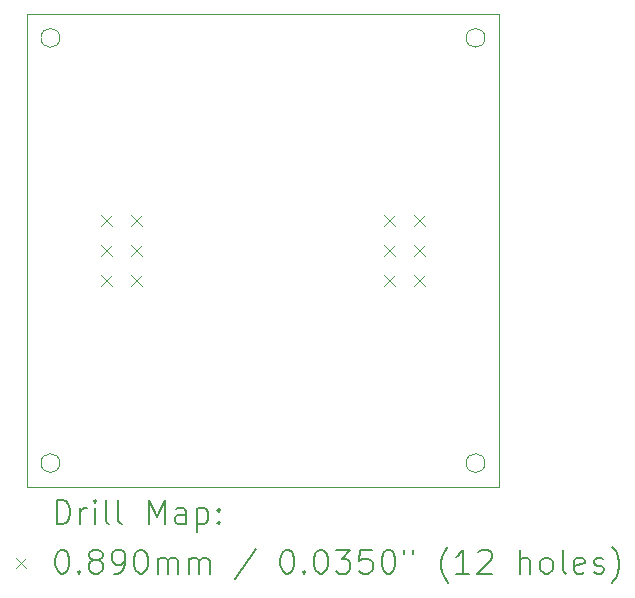
<source format=gbr>
%TF.GenerationSoftware,KiCad,Pcbnew,(6.0.8-1)-1*%
%TF.CreationDate,2022-12-29T16:22:33-05:00*%
%TF.ProjectId,Condor,436f6e64-6f72-42e6-9b69-6361645f7063,rev?*%
%TF.SameCoordinates,Original*%
%TF.FileFunction,Drillmap*%
%TF.FilePolarity,Positive*%
%FSLAX45Y45*%
G04 Gerber Fmt 4.5, Leading zero omitted, Abs format (unit mm)*
G04 Created by KiCad (PCBNEW (6.0.8-1)-1) date 2022-12-29 16:22:33*
%MOMM*%
%LPD*%
G01*
G04 APERTURE LIST*
%ADD10C,0.100000*%
%ADD11C,0.200000*%
%ADD12C,0.089000*%
G04 APERTURE END LIST*
D10*
X15780000Y-11800000D02*
G75*
G03*
X15780000Y-11800000I-80000J0D01*
G01*
X19380000Y-11800000D02*
G75*
G03*
X19380000Y-11800000I-80000J0D01*
G01*
X15780000Y-8200000D02*
G75*
G03*
X15780000Y-8200000I-80000J0D01*
G01*
X19380000Y-8200000D02*
G75*
G03*
X19380000Y-8200000I-80000J0D01*
G01*
X19500000Y-12000000D02*
X15500000Y-12000000D01*
X15500000Y-12000000D02*
X15500000Y-8000000D01*
X15500000Y-8000000D02*
X19500000Y-8000000D01*
X19500000Y-8000000D02*
X19500000Y-12000000D01*
D11*
D12*
X16128500Y-9701500D02*
X16217500Y-9790500D01*
X16217500Y-9701500D02*
X16128500Y-9790500D01*
X16128500Y-9955500D02*
X16217500Y-10044500D01*
X16217500Y-9955500D02*
X16128500Y-10044500D01*
X16128500Y-10209500D02*
X16217500Y-10298500D01*
X16217500Y-10209500D02*
X16128500Y-10298500D01*
X16382500Y-9701500D02*
X16471500Y-9790500D01*
X16471500Y-9701500D02*
X16382500Y-9790500D01*
X16382500Y-9955500D02*
X16471500Y-10044500D01*
X16471500Y-9955500D02*
X16382500Y-10044500D01*
X16382500Y-10209500D02*
X16471500Y-10298500D01*
X16471500Y-10209500D02*
X16382500Y-10298500D01*
X18528500Y-9701500D02*
X18617500Y-9790500D01*
X18617500Y-9701500D02*
X18528500Y-9790500D01*
X18528500Y-9955500D02*
X18617500Y-10044500D01*
X18617500Y-9955500D02*
X18528500Y-10044500D01*
X18528500Y-10209500D02*
X18617500Y-10298500D01*
X18617500Y-10209500D02*
X18528500Y-10298500D01*
X18782500Y-9701500D02*
X18871500Y-9790500D01*
X18871500Y-9701500D02*
X18782500Y-9790500D01*
X18782500Y-9955500D02*
X18871500Y-10044500D01*
X18871500Y-9955500D02*
X18782500Y-10044500D01*
X18782500Y-10209500D02*
X18871500Y-10298500D01*
X18871500Y-10209500D02*
X18782500Y-10298500D01*
D11*
X15752619Y-12315476D02*
X15752619Y-12115476D01*
X15800238Y-12115476D01*
X15828809Y-12125000D01*
X15847857Y-12144048D01*
X15857381Y-12163095D01*
X15866905Y-12201190D01*
X15866905Y-12229762D01*
X15857381Y-12267857D01*
X15847857Y-12286905D01*
X15828809Y-12305952D01*
X15800238Y-12315476D01*
X15752619Y-12315476D01*
X15952619Y-12315476D02*
X15952619Y-12182143D01*
X15952619Y-12220238D02*
X15962143Y-12201190D01*
X15971667Y-12191667D01*
X15990714Y-12182143D01*
X16009762Y-12182143D01*
X16076428Y-12315476D02*
X16076428Y-12182143D01*
X16076428Y-12115476D02*
X16066905Y-12125000D01*
X16076428Y-12134524D01*
X16085952Y-12125000D01*
X16076428Y-12115476D01*
X16076428Y-12134524D01*
X16200238Y-12315476D02*
X16181190Y-12305952D01*
X16171667Y-12286905D01*
X16171667Y-12115476D01*
X16305000Y-12315476D02*
X16285952Y-12305952D01*
X16276428Y-12286905D01*
X16276428Y-12115476D01*
X16533571Y-12315476D02*
X16533571Y-12115476D01*
X16600238Y-12258333D01*
X16666905Y-12115476D01*
X16666905Y-12315476D01*
X16847857Y-12315476D02*
X16847857Y-12210714D01*
X16838333Y-12191667D01*
X16819286Y-12182143D01*
X16781190Y-12182143D01*
X16762143Y-12191667D01*
X16847857Y-12305952D02*
X16828810Y-12315476D01*
X16781190Y-12315476D01*
X16762143Y-12305952D01*
X16752619Y-12286905D01*
X16752619Y-12267857D01*
X16762143Y-12248809D01*
X16781190Y-12239286D01*
X16828810Y-12239286D01*
X16847857Y-12229762D01*
X16943095Y-12182143D02*
X16943095Y-12382143D01*
X16943095Y-12191667D02*
X16962143Y-12182143D01*
X17000238Y-12182143D01*
X17019286Y-12191667D01*
X17028810Y-12201190D01*
X17038333Y-12220238D01*
X17038333Y-12277381D01*
X17028810Y-12296428D01*
X17019286Y-12305952D01*
X17000238Y-12315476D01*
X16962143Y-12315476D01*
X16943095Y-12305952D01*
X17124048Y-12296428D02*
X17133571Y-12305952D01*
X17124048Y-12315476D01*
X17114524Y-12305952D01*
X17124048Y-12296428D01*
X17124048Y-12315476D01*
X17124048Y-12191667D02*
X17133571Y-12201190D01*
X17124048Y-12210714D01*
X17114524Y-12201190D01*
X17124048Y-12191667D01*
X17124048Y-12210714D01*
D12*
X15406000Y-12600500D02*
X15495000Y-12689500D01*
X15495000Y-12600500D02*
X15406000Y-12689500D01*
D11*
X15790714Y-12535476D02*
X15809762Y-12535476D01*
X15828809Y-12545000D01*
X15838333Y-12554524D01*
X15847857Y-12573571D01*
X15857381Y-12611667D01*
X15857381Y-12659286D01*
X15847857Y-12697381D01*
X15838333Y-12716428D01*
X15828809Y-12725952D01*
X15809762Y-12735476D01*
X15790714Y-12735476D01*
X15771667Y-12725952D01*
X15762143Y-12716428D01*
X15752619Y-12697381D01*
X15743095Y-12659286D01*
X15743095Y-12611667D01*
X15752619Y-12573571D01*
X15762143Y-12554524D01*
X15771667Y-12545000D01*
X15790714Y-12535476D01*
X15943095Y-12716428D02*
X15952619Y-12725952D01*
X15943095Y-12735476D01*
X15933571Y-12725952D01*
X15943095Y-12716428D01*
X15943095Y-12735476D01*
X16066905Y-12621190D02*
X16047857Y-12611667D01*
X16038333Y-12602143D01*
X16028809Y-12583095D01*
X16028809Y-12573571D01*
X16038333Y-12554524D01*
X16047857Y-12545000D01*
X16066905Y-12535476D01*
X16105000Y-12535476D01*
X16124048Y-12545000D01*
X16133571Y-12554524D01*
X16143095Y-12573571D01*
X16143095Y-12583095D01*
X16133571Y-12602143D01*
X16124048Y-12611667D01*
X16105000Y-12621190D01*
X16066905Y-12621190D01*
X16047857Y-12630714D01*
X16038333Y-12640238D01*
X16028809Y-12659286D01*
X16028809Y-12697381D01*
X16038333Y-12716428D01*
X16047857Y-12725952D01*
X16066905Y-12735476D01*
X16105000Y-12735476D01*
X16124048Y-12725952D01*
X16133571Y-12716428D01*
X16143095Y-12697381D01*
X16143095Y-12659286D01*
X16133571Y-12640238D01*
X16124048Y-12630714D01*
X16105000Y-12621190D01*
X16238333Y-12735476D02*
X16276428Y-12735476D01*
X16295476Y-12725952D01*
X16305000Y-12716428D01*
X16324048Y-12687857D01*
X16333571Y-12649762D01*
X16333571Y-12573571D01*
X16324048Y-12554524D01*
X16314524Y-12545000D01*
X16295476Y-12535476D01*
X16257381Y-12535476D01*
X16238333Y-12545000D01*
X16228809Y-12554524D01*
X16219286Y-12573571D01*
X16219286Y-12621190D01*
X16228809Y-12640238D01*
X16238333Y-12649762D01*
X16257381Y-12659286D01*
X16295476Y-12659286D01*
X16314524Y-12649762D01*
X16324048Y-12640238D01*
X16333571Y-12621190D01*
X16457381Y-12535476D02*
X16476428Y-12535476D01*
X16495476Y-12545000D01*
X16505000Y-12554524D01*
X16514524Y-12573571D01*
X16524048Y-12611667D01*
X16524048Y-12659286D01*
X16514524Y-12697381D01*
X16505000Y-12716428D01*
X16495476Y-12725952D01*
X16476428Y-12735476D01*
X16457381Y-12735476D01*
X16438333Y-12725952D01*
X16428809Y-12716428D01*
X16419286Y-12697381D01*
X16409762Y-12659286D01*
X16409762Y-12611667D01*
X16419286Y-12573571D01*
X16428809Y-12554524D01*
X16438333Y-12545000D01*
X16457381Y-12535476D01*
X16609762Y-12735476D02*
X16609762Y-12602143D01*
X16609762Y-12621190D02*
X16619286Y-12611667D01*
X16638333Y-12602143D01*
X16666905Y-12602143D01*
X16685952Y-12611667D01*
X16695476Y-12630714D01*
X16695476Y-12735476D01*
X16695476Y-12630714D02*
X16705000Y-12611667D01*
X16724048Y-12602143D01*
X16752619Y-12602143D01*
X16771667Y-12611667D01*
X16781190Y-12630714D01*
X16781190Y-12735476D01*
X16876429Y-12735476D02*
X16876429Y-12602143D01*
X16876429Y-12621190D02*
X16885952Y-12611667D01*
X16905000Y-12602143D01*
X16933571Y-12602143D01*
X16952619Y-12611667D01*
X16962143Y-12630714D01*
X16962143Y-12735476D01*
X16962143Y-12630714D02*
X16971667Y-12611667D01*
X16990714Y-12602143D01*
X17019286Y-12602143D01*
X17038333Y-12611667D01*
X17047857Y-12630714D01*
X17047857Y-12735476D01*
X17438333Y-12525952D02*
X17266905Y-12783095D01*
X17695476Y-12535476D02*
X17714524Y-12535476D01*
X17733571Y-12545000D01*
X17743095Y-12554524D01*
X17752619Y-12573571D01*
X17762143Y-12611667D01*
X17762143Y-12659286D01*
X17752619Y-12697381D01*
X17743095Y-12716428D01*
X17733571Y-12725952D01*
X17714524Y-12735476D01*
X17695476Y-12735476D01*
X17676429Y-12725952D01*
X17666905Y-12716428D01*
X17657381Y-12697381D01*
X17647857Y-12659286D01*
X17647857Y-12611667D01*
X17657381Y-12573571D01*
X17666905Y-12554524D01*
X17676429Y-12545000D01*
X17695476Y-12535476D01*
X17847857Y-12716428D02*
X17857381Y-12725952D01*
X17847857Y-12735476D01*
X17838333Y-12725952D01*
X17847857Y-12716428D01*
X17847857Y-12735476D01*
X17981190Y-12535476D02*
X18000238Y-12535476D01*
X18019286Y-12545000D01*
X18028810Y-12554524D01*
X18038333Y-12573571D01*
X18047857Y-12611667D01*
X18047857Y-12659286D01*
X18038333Y-12697381D01*
X18028810Y-12716428D01*
X18019286Y-12725952D01*
X18000238Y-12735476D01*
X17981190Y-12735476D01*
X17962143Y-12725952D01*
X17952619Y-12716428D01*
X17943095Y-12697381D01*
X17933571Y-12659286D01*
X17933571Y-12611667D01*
X17943095Y-12573571D01*
X17952619Y-12554524D01*
X17962143Y-12545000D01*
X17981190Y-12535476D01*
X18114524Y-12535476D02*
X18238333Y-12535476D01*
X18171667Y-12611667D01*
X18200238Y-12611667D01*
X18219286Y-12621190D01*
X18228810Y-12630714D01*
X18238333Y-12649762D01*
X18238333Y-12697381D01*
X18228810Y-12716428D01*
X18219286Y-12725952D01*
X18200238Y-12735476D01*
X18143095Y-12735476D01*
X18124048Y-12725952D01*
X18114524Y-12716428D01*
X18419286Y-12535476D02*
X18324048Y-12535476D01*
X18314524Y-12630714D01*
X18324048Y-12621190D01*
X18343095Y-12611667D01*
X18390714Y-12611667D01*
X18409762Y-12621190D01*
X18419286Y-12630714D01*
X18428810Y-12649762D01*
X18428810Y-12697381D01*
X18419286Y-12716428D01*
X18409762Y-12725952D01*
X18390714Y-12735476D01*
X18343095Y-12735476D01*
X18324048Y-12725952D01*
X18314524Y-12716428D01*
X18552619Y-12535476D02*
X18571667Y-12535476D01*
X18590714Y-12545000D01*
X18600238Y-12554524D01*
X18609762Y-12573571D01*
X18619286Y-12611667D01*
X18619286Y-12659286D01*
X18609762Y-12697381D01*
X18600238Y-12716428D01*
X18590714Y-12725952D01*
X18571667Y-12735476D01*
X18552619Y-12735476D01*
X18533571Y-12725952D01*
X18524048Y-12716428D01*
X18514524Y-12697381D01*
X18505000Y-12659286D01*
X18505000Y-12611667D01*
X18514524Y-12573571D01*
X18524048Y-12554524D01*
X18533571Y-12545000D01*
X18552619Y-12535476D01*
X18695476Y-12535476D02*
X18695476Y-12573571D01*
X18771667Y-12535476D02*
X18771667Y-12573571D01*
X19066905Y-12811667D02*
X19057381Y-12802143D01*
X19038333Y-12773571D01*
X19028810Y-12754524D01*
X19019286Y-12725952D01*
X19009762Y-12678333D01*
X19009762Y-12640238D01*
X19019286Y-12592619D01*
X19028810Y-12564048D01*
X19038333Y-12545000D01*
X19057381Y-12516428D01*
X19066905Y-12506905D01*
X19247857Y-12735476D02*
X19133571Y-12735476D01*
X19190714Y-12735476D02*
X19190714Y-12535476D01*
X19171667Y-12564048D01*
X19152619Y-12583095D01*
X19133571Y-12592619D01*
X19324048Y-12554524D02*
X19333571Y-12545000D01*
X19352619Y-12535476D01*
X19400238Y-12535476D01*
X19419286Y-12545000D01*
X19428810Y-12554524D01*
X19438333Y-12573571D01*
X19438333Y-12592619D01*
X19428810Y-12621190D01*
X19314524Y-12735476D01*
X19438333Y-12735476D01*
X19676429Y-12735476D02*
X19676429Y-12535476D01*
X19762143Y-12735476D02*
X19762143Y-12630714D01*
X19752619Y-12611667D01*
X19733571Y-12602143D01*
X19705000Y-12602143D01*
X19685952Y-12611667D01*
X19676429Y-12621190D01*
X19885952Y-12735476D02*
X19866905Y-12725952D01*
X19857381Y-12716428D01*
X19847857Y-12697381D01*
X19847857Y-12640238D01*
X19857381Y-12621190D01*
X19866905Y-12611667D01*
X19885952Y-12602143D01*
X19914524Y-12602143D01*
X19933571Y-12611667D01*
X19943095Y-12621190D01*
X19952619Y-12640238D01*
X19952619Y-12697381D01*
X19943095Y-12716428D01*
X19933571Y-12725952D01*
X19914524Y-12735476D01*
X19885952Y-12735476D01*
X20066905Y-12735476D02*
X20047857Y-12725952D01*
X20038333Y-12706905D01*
X20038333Y-12535476D01*
X20219286Y-12725952D02*
X20200238Y-12735476D01*
X20162143Y-12735476D01*
X20143095Y-12725952D01*
X20133571Y-12706905D01*
X20133571Y-12630714D01*
X20143095Y-12611667D01*
X20162143Y-12602143D01*
X20200238Y-12602143D01*
X20219286Y-12611667D01*
X20228810Y-12630714D01*
X20228810Y-12649762D01*
X20133571Y-12668809D01*
X20305000Y-12725952D02*
X20324048Y-12735476D01*
X20362143Y-12735476D01*
X20381190Y-12725952D01*
X20390714Y-12706905D01*
X20390714Y-12697381D01*
X20381190Y-12678333D01*
X20362143Y-12668809D01*
X20333571Y-12668809D01*
X20314524Y-12659286D01*
X20305000Y-12640238D01*
X20305000Y-12630714D01*
X20314524Y-12611667D01*
X20333571Y-12602143D01*
X20362143Y-12602143D01*
X20381190Y-12611667D01*
X20457381Y-12811667D02*
X20466905Y-12802143D01*
X20485952Y-12773571D01*
X20495476Y-12754524D01*
X20505000Y-12725952D01*
X20514524Y-12678333D01*
X20514524Y-12640238D01*
X20505000Y-12592619D01*
X20495476Y-12564048D01*
X20485952Y-12545000D01*
X20466905Y-12516428D01*
X20457381Y-12506905D01*
M02*

</source>
